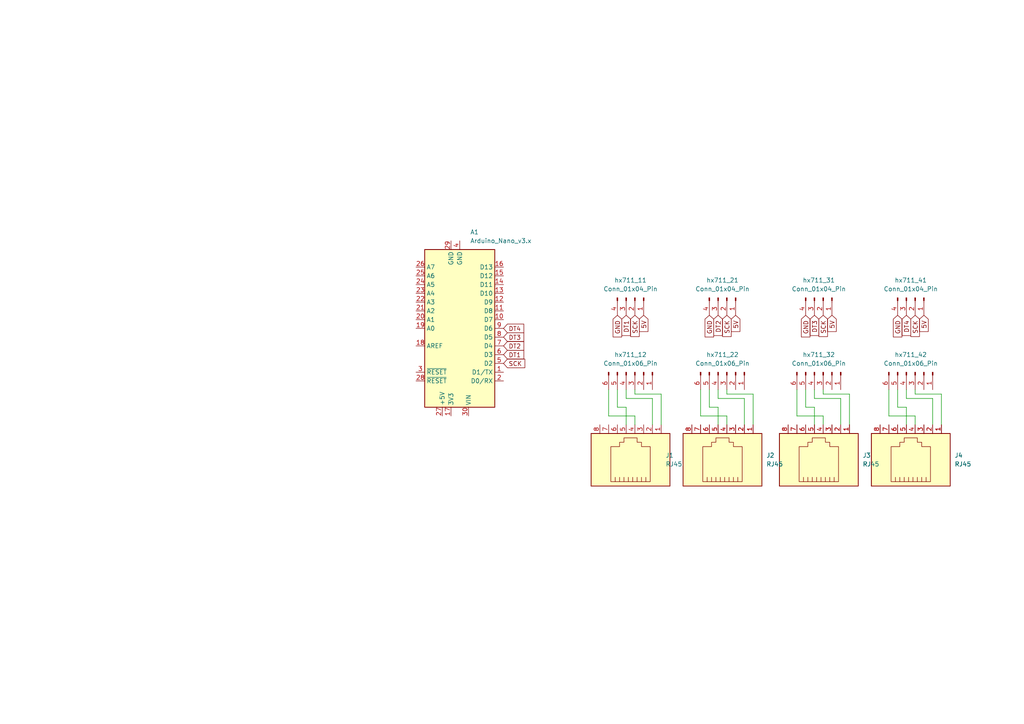
<source format=kicad_sch>
(kicad_sch (version 20231120) (generator "eeschema") (generator_version "8.0")
  (paper "A4")
  (lib_symbols
    (symbol "Connector:Conn_01x04_Pin" (pin_names (offset 1.016) hide)
      (property "Reference" "J" (at 0 5.08 0))
      (property "Value" "Conn_01x04_Pin" (at 0 -7.62 0))
      (symbol "Conn_01x04_Pin_1_1"
        (polyline (pts (xy 1.27 -5.08) (xy 0.8636 -5.08)) (stroke (width 0.1524)))
        (polyline (pts (xy 1.27 -2.54) (xy 0.8636 -2.54)) (stroke (width 0.1524)))
        (polyline (pts (xy 1.27 0) (xy 0.8636 0)) (stroke (width 0.1524)))
        (polyline (pts (xy 1.27 2.54) (xy 0.8636 2.54)) (stroke (width 0.1524)))
        (rectangle (start 0.8636 -4.953) (end 0 -5.207) (stroke (width 0.1524)) (fill (type outline)))
        (rectangle (start 0.8636 -2.413) (end 0 -2.667) (stroke (width 0.1524)) (fill (type outline)))
        (rectangle (start 0.8636 0.127) (end 0 -0.127) (stroke (width 0.1524)) (fill (type outline)))
        (rectangle (start 0.8636 2.667) (end 0 2.413) (stroke (width 0.1524)) (fill (type outline)))
        (pin passive line (at 5.08 2.54 180) (length 3.81) (name "Pin_1") (number "1"))
        (pin passive line (at 5.08 0 180) (length 3.81) (name "Pin_2") (number "2"))
        (pin passive line (at 5.08 -2.54 180) (length 3.81) (name "Pin_3") (number "3"))
        (pin passive line (at 5.08 -5.08 180) (length 3.81) (name "Pin_4") (number "4"))
      )
    )
    (symbol "Connector:Conn_01x06_Pin" (pin_names (offset 1.016) hide)
      (property "Reference" "J" (at 0 7.62 0))
      (property "Value" "Conn_01x06_Pin" (at 0 -10.16 0))
      (symbol "Conn_01x06_Pin_1_1"
        (polyline (pts (xy 1.27 -7.62) (xy 0.8636 -7.62)) (stroke (width 0.1524)))
        (polyline (pts (xy 1.27 -5.08) (xy 0.8636 -5.08)) (stroke (width 0.1524)))
        (polyline (pts (xy 1.27 -2.54) (xy 0.8636 -2.54)) (stroke (width 0.1524)))
        (polyline (pts (xy 1.27 0) (xy 0.8636 0)) (stroke (width 0.1524)))
        (polyline (pts (xy 1.27 2.54) (xy 0.8636 2.54)) (stroke (width 0.1524)))
        (polyline (pts (xy 1.27 5.08) (xy 0.8636 5.08)) (stroke (width 0.1524)))
        (rectangle (start 0.8636 -7.493) (end 0 -7.747) (stroke (width 0.1524)) (fill (type outline)))
        (rectangle (start 0.8636 -4.953) (end 0 -5.207) (stroke (width 0.1524)) (fill (type outline)))
        (rectangle (start 0.8636 -2.413) (end 0 -2.667) (stroke (width 0.1524)) (fill (type outline)))
        (rectangle (start 0.8636 0.127) (end 0 -0.127) (stroke (width 0.1524)) (fill (type outline)))
        (rectangle (start 0.8636 2.667) (end 0 2.413) (stroke (width 0.1524)) (fill (type outline)))
        (rectangle (start 0.8636 5.207) (end 0 4.953) (stroke (width 0.1524)) (fill (type outline)))
        (pin passive line (at 5.08 5.08 180) (length 3.81) (name "Pin_1") (number "1"))
        (pin passive line (at 5.08 2.54 180) (length 3.81) (name "Pin_2") (number "2"))
        (pin passive line (at 5.08 0 180) (length 3.81) (name "Pin_3") (number "3"))
        (pin passive line (at 5.08 -2.54 180) (length 3.81) (name "Pin_4") (number "4"))
        (pin passive line (at 5.08 -5.08 180) (length 3.81) (name "Pin_5") (number "5"))
        (pin passive line (at 5.08 -7.62 180) (length 3.81) (name "Pin_6") (number "6"))
      )
    )
    (symbol "Connector:RJ45" (pin_names (offset 1.016))
      (property "Reference" "J" (at -5.08 13.97 0))
      (property "Value" "RJ45" (at 2.54 13.97 0))
      (symbol "RJ45_0_1"
        (polyline (pts (xy -5.08 4.445) (xy -6.35 4.445)))
        (polyline (pts (xy -5.08 5.715) (xy -6.35 5.715)))
        (polyline (pts (xy -6.35 -3.175) (xy -5.08 -3.175) (xy -5.08 -3.175)))
        (polyline (pts (xy -6.35 -1.905) (xy -5.08 -1.905) (xy -5.08 -1.905)))
        (polyline (pts (xy -6.35 -0.635) (xy -5.08 -0.635) (xy -5.08 -0.635)))
        (polyline (pts (xy -6.35 0.635) (xy -5.08 0.635) (xy -5.08 0.635)))
        (polyline (pts (xy -6.35 1.905) (xy -5.08 1.905) (xy -5.08 1.905)))
        (polyline (pts (xy -5.08 3.175) (xy -6.35 3.175) (xy -6.35 3.175)))
        (polyline (pts (xy -6.35 -4.445) (xy -6.35 6.985) (xy 3.81 6.985) (xy 3.81 4.445) (xy 5.08 4.445) (xy 5.08 3.175) (xy 6.35 3.175) (xy 6.35 -0.635) (xy 5.08 -0.635) (xy 5.08 -1.905) (xy 3.81 -1.905) (xy 3.81 -4.445) (xy -6.35 -4.445) (xy -6.35 -4.445)))
        (rectangle (start 7.62 12.7) (end -7.62 -10.16) (stroke (width 0.254)) (fill (type background)))
      )
      (symbol "RJ45_1_1"
        (pin passive line (at 10.16 -7.62 180) (length 2.54) (name "~") (number "1"))
        (pin passive line (at 10.16 -5.08 180) (length 2.54) (name "~") (number "2"))
        (pin passive line (at 10.16 -2.54 180) (length 2.54) (name "~") (number "3"))
        (pin passive line (at 10.16 0 180) (length 2.54) (name "~") (number "4"))
        (pin passive line (at 10.16 2.54 180) (length 2.54) (name "~") (number "5"))
        (pin passive line (at 10.16 5.08 180) (length 2.54) (name "~") (number "6"))
        (pin passive line (at 10.16 7.62 180) (length 2.54) (name "~") (number "7"))
        (pin passive line (at 10.16 10.16 180) (length 2.54) (name "~") (number "8"))
      )
    )
    (symbol "MCU_Module:Arduino_Nano_v3.x"
      (property "Reference" "A" (at -10.16 23.495 0))
      (property "Value" "Arduino_Nano_v3.x" (at 5.08 -24.13 0))
      (symbol "Arduino_Nano_v3.x_0_1"
        (rectangle (start -10.16 22.86) (end 10.16 -22.86) (stroke (width 0.254)) (fill (type background)))
      )
      (symbol "Arduino_Nano_v3.x_1_1"
        (pin bidirectional line (at -12.7 12.7 0) (length 2.54) (name "D1/TX") (number "1"))
        (pin bidirectional line (at -12.7 -2.54 0) (length 2.54) (name "D7") (number "10"))
        (pin bidirectional line (at -12.7 -5.08 0) (length 2.54) (name "D8") (number "11"))
        (pin bidirectional line (at -12.7 -7.62 0) (length 2.54) (name "D9") (number "12"))
        (pin bidirectional line (at -12.7 -10.16 0) (length 2.54) (name "D10") (number "13"))
        (pin bidirectional line (at -12.7 -12.7 0) (length 2.54) (name "D11") (number "14"))
        (pin bidirectional line (at -12.7 -15.24 0) (length 2.54) (name "D12") (number "15"))
        (pin bidirectional line (at -12.7 -17.78 0) (length 2.54) (name "D13") (number "16"))
        (pin power_out line (at 2.54 25.4 270) (length 2.54) (name "3V3") (number "17"))
        (pin input line (at 12.7 5.08 180) (length 2.54) (name "AREF") (number "18"))
        (pin bidirectional line (at 12.7 0 180) (length 2.54) (name "A0") (number "19"))
        (pin bidirectional line (at -12.7 15.24 0) (length 2.54) (name "D0/RX") (number "2"))
        (pin bidirectional line (at 12.7 -2.54 180) (length 2.54) (name "A1") (number "20"))
        (pin bidirectional line (at 12.7 -5.08 180) (length 2.54) (name "A2") (number "21"))
        (pin bidirectional line (at 12.7 -7.62 180) (length 2.54) (name "A3") (number "22"))
        (pin bidirectional line (at 12.7 -10.16 180) (length 2.54) (name "A4") (number "23"))
        (pin bidirectional line (at 12.7 -12.7 180) (length 2.54) (name "A5") (number "24"))
        (pin bidirectional line (at 12.7 -15.24 180) (length 2.54) (name "A6") (number "25"))
        (pin bidirectional line (at 12.7 -17.78 180) (length 2.54) (name "A7") (number "26"))
        (pin power_out line (at 5.08 25.4 270) (length 2.54) (name "+5V") (number "27"))
        (pin input line (at 12.7 15.24 180) (length 2.54) (name "~{RESET}") (number "28"))
        (pin power_in line (at 2.54 -25.4 90) (length 2.54) (name "GND") (number "29"))
        (pin input line (at 12.7 12.7 180) (length 2.54) (name "~{RESET}") (number "3"))
        (pin power_in line (at -2.54 25.4 270) (length 2.54) (name "VIN") (number "30"))
        (pin power_in line (at 0 -25.4 90) (length 2.54) (name "GND") (number "4"))
        (pin bidirectional line (at -12.7 10.16 0) (length 2.54) (name "D2") (number "5"))
        (pin bidirectional line (at -12.7 7.62 0) (length 2.54) (name "D3") (number "6"))
        (pin bidirectional line (at -12.7 5.08 0) (length 2.54) (name "D4") (number "7"))
        (pin bidirectional line (at -12.7 2.54 0) (length 2.54) (name "D5") (number "8"))
        (pin bidirectional line (at -12.7 0 0) (length 2.54) (name "D6") (number "9"))
      )
    )
  )
  (wire (pts (xy 265.43 123.19) (xy 265.43 120.65)))
  (wire (pts (xy 236.22 118.11) (xy 233.68 118.11)))
  (wire (pts (xy 208.28 118.11) (xy 205.74 118.11)))
  (wire (pts (xy 215.9 123.19) (xy 215.9 115.57)))
  (wire (pts (xy 238.76 120.65) (xy 238.76 123.19)))
  (wire (pts (xy 191.77 114.3) (xy 191.77 123.19)))
  (wire (pts (xy 184.15 114.3) (xy 191.77 114.3)))
  (wire (pts (xy 176.53 120.65) (xy 176.53 113.03)))
  (wire (pts (xy 189.23 123.19) (xy 189.23 115.57)))
  (wire (pts (xy 218.44 114.3) (xy 218.44 123.19)))
  (wire (pts (xy 210.82 123.19) (xy 210.82 120.65)))
  (wire (pts (xy 236.22 115.57) (xy 243.84 115.57)))
  (wire (pts (xy 208.28 113.03) (xy 208.28 115.57)))
  (wire (pts (xy 236.22 123.19) (xy 236.22 118.11)))
  (wire (pts (xy 215.9 115.57) (xy 208.28 115.57)))
  (wire (pts (xy 262.89 115.57) (xy 270.51 115.57)))
  (wire (pts (xy 181.61 118.11) (xy 179.07 118.11)))
  (wire (pts (xy 210.82 114.3) (xy 218.44 114.3)))
  (wire (pts (xy 184.15 123.19) (xy 184.15 120.65)))
  (wire (pts (xy 260.35 113.03) (xy 260.35 118.11)))
  (wire (pts (xy 179.07 113.03) (xy 179.07 118.11)))
  (wire (pts (xy 203.2 113.03) (xy 203.2 120.65)))
  (wire (pts (xy 265.43 120.65) (xy 257.81 120.65)))
  (wire (pts (xy 184.15 113.03) (xy 184.15 114.3)))
  (wire (pts (xy 238.76 120.65) (xy 231.14 120.65)))
  (wire (pts (xy 273.05 114.3) (xy 273.05 123.19)))
  (wire (pts (xy 265.43 113.03) (xy 265.43 114.3)))
  (wire (pts (xy 262.89 123.19) (xy 262.89 118.11)))
  (wire (pts (xy 205.74 113.03) (xy 205.74 118.11)))
  (wire (pts (xy 236.22 113.03) (xy 236.22 115.57)))
  (wire (pts (xy 262.89 118.11) (xy 260.35 118.11)))
  (wire (pts (xy 181.61 123.19) (xy 181.61 118.11)))
  (wire (pts (xy 181.61 115.57) (xy 181.61 113.03)))
  (wire (pts (xy 270.51 115.57) (xy 270.51 123.19)))
  (wire (pts (xy 238.76 114.3) (xy 246.38 114.3)))
  (wire (pts (xy 208.28 123.19) (xy 208.28 118.11)))
  (wire (pts (xy 189.23 115.57) (xy 181.61 115.57)))
  (wire (pts (xy 246.38 114.3) (xy 246.38 123.19)))
  (wire (pts (xy 238.76 113.03) (xy 238.76 114.3)))
  (wire (pts (xy 210.82 120.65) (xy 203.2 120.65)))
  (wire (pts (xy 210.82 113.03) (xy 210.82 114.3)))
  (wire (pts (xy 265.43 114.3) (xy 273.05 114.3)))
  (wire (pts (xy 257.81 120.65) (xy 257.81 113.03)))
  (wire (pts (xy 231.14 113.03) (xy 231.14 120.65)))
  (wire (pts (xy 233.68 118.11) (xy 233.68 113.03)))
  (wire (pts (xy 262.89 113.03) (xy 262.89 115.57)))
  (wire (pts (xy 184.15 120.65) (xy 176.53 120.65)))
  (wire (pts (xy 243.84 115.57) (xy 243.84 123.19)))
  (global_label "GND" (shape input) (at 205.74 91.44 270) (property "Intersheetrefs" "${INTERSHEET_REFS}" (effects (hide yes))))
  (global_label "SCK" (shape input) (at 238.76 91.44 270) (property "Intersheetrefs" "${INTERSHEET_REFS}" (effects (hide yes))))
  (global_label "DT2" (shape input) (at 208.28 91.44 270) (property "Intersheetrefs" "${INTERSHEET_REFS}" (effects (hide yes))))
  (global_label "DT2" (shape input) (at 146.05 100.33 0) (property "Intersheetrefs" "${INTERSHEET_REFS}" (effects (hide yes))))
  (global_label "DT1" (shape input) (at 146.05 102.87 0) (property "Intersheetrefs" "${INTERSHEET_REFS}" (effects (hide yes))))
  (global_label "DT1" (shape input) (at 181.61 91.44 270) (property "Intersheetrefs" "${INTERSHEET_REFS}" (effects (hide yes))))
  (global_label "GND" (shape input) (at 233.68 91.44 270) (property "Intersheetrefs" "${INTERSHEET_REFS}" (effects (hide yes))))
  (global_label "DT3" (shape input) (at 236.22 91.44 270) (property "Intersheetrefs" "${INTERSHEET_REFS}" (effects (hide yes))))
  (global_label "5V" (shape input) (at 267.97 91.44 270) (property "Intersheetrefs" "${INTERSHEET_REFS}" (effects (hide yes))))
  (global_label "SCK" (shape input) (at 184.15 91.44 270) (property "Intersheetrefs" "${INTERSHEET_REFS}" (effects (hide yes))))
  (global_label "5V" (shape input) (at 213.36 91.44 270) (property "Intersheetrefs" "${INTERSHEET_REFS}" (effects (hide yes))))
  (global_label "GND" (shape input) (at 260.35 91.44 270) (property "Intersheetrefs" "${INTERSHEET_REFS}" (effects (hide yes))))
  (global_label "5V" (shape input) (at 186.69 91.44 270) (property "Intersheetrefs" "${INTERSHEET_REFS}" (effects (hide yes))))
  (global_label "DT4" (shape input) (at 146.05 95.25 0) (property "Intersheetrefs" "${INTERSHEET_REFS}" (effects (hide yes))))
  (global_label "5V" (shape input) (at 241.3 91.44 270) (property "Intersheetrefs" "${INTERSHEET_REFS}" (effects (hide yes))))
  (global_label "SCK" (shape input) (at 210.82 91.44 270) (property "Intersheetrefs" "${INTERSHEET_REFS}" (effects (hide yes))))
  (global_label "DT4" (shape input) (at 262.89 91.44 270) (property "Intersheetrefs" "${INTERSHEET_REFS}" (effects (hide yes))))
  (global_label "DT3" (shape input) (at 146.05 97.79 0) (property "Intersheetrefs" "${INTERSHEET_REFS}" (effects (hide yes))))
  (global_label "SCK" (shape input) (at 146.05 105.41 0) (property "Intersheetrefs" "${INTERSHEET_REFS}" (effects (hide yes))))
  (global_label "GND" (shape input) (at 179.07 91.44 270) (property "Intersheetrefs" "${INTERSHEET_REFS}" (effects (hide yes))))
  (global_label "SCK" (shape input) (at 265.43 91.44 270) (property "Intersheetrefs" "${INTERSHEET_REFS}" (effects (hide yes))))
  (symbol (lib_id "Connector:Conn_01x04_Pin") (at 265.43 86.36 270) (unit 1)
    (property "Reference" "hx711_41" (at 264.16 81.28 90))
    (property "Value" "Conn_01x04_Pin" (at 264.16 83.82 90))
    (property "Footprint" "Connector_PinSocket_2.54mm:PinSocket_1x04_P2.54mm_Vertical" (effects (hide yes)))
    (property "Description" "Generic connector, single row, 01x04, script generated" (effects (hide yes)))
  )
  (symbol (lib_id "Connector:Conn_01x04_Pin") (at 238.76 86.36 270) (unit 1)
    (property "Reference" "hx711_31" (at 237.49 81.28 90))
    (property "Value" "Conn_01x04_Pin" (at 237.49 83.82 90))
    (property "Footprint" "Connector_PinSocket_2.54mm:PinSocket_1x04_P2.54mm_Vertical" (effects (hide yes)))
    (property "Description" "Generic connector, single row, 01x04, script generated" (effects (hide yes)))
  )
  (symbol (lib_id "Connector:RJ45") (at 265.43 133.35 90) (unit 1)
    (property "Reference" "J4" (at 276.86 132.0799 90) (effects (justify right)))
    (property "Value" "RJ45" (at 276.86 134.6199 90) (effects (justify right)))
    (property "Footprint" "Connector_RJ:RJ45_Amphenol_54602-x08_Horizontal" (effects (hide yes)))
    (property "Description" "RJ connector, 8P8C (8 positions 8 connected)" (effects (hide yes)))
  )
  (symbol (lib_id "Connector:Conn_01x06_Pin") (at 184.15 107.95 270) (unit 1)
    (property "Reference" "hx711_12" (at 182.88 102.87 90))
    (property "Value" "Conn_01x06_Pin" (at 182.88 105.41 90))
    (property "Footprint" "Connector_PinSocket_2.54mm:PinSocket_1x06_P2.54mm_Vertical" (effects (hide yes)))
    (property "Description" "Generic connector, single row, 01x06, script generated" (effects (hide yes)))
  )
  (symbol (lib_id "Connector:RJ45") (at 210.82 133.35 90) (unit 1)
    (property "Reference" "J2" (at 222.25 132.0799 90) (effects (justify right)))
    (property "Value" "RJ45" (at 222.25 134.6199 90) (effects (justify right)))
    (property "Footprint" "Connector_RJ:RJ45_Amphenol_54602-x08_Horizontal" (effects (hide yes)))
    (property "Description" "RJ connector, 8P8C (8 positions 8 connected)" (effects (hide yes)))
  )
  (symbol (lib_id "Connector:Conn_01x06_Pin") (at 210.82 107.95 270) (unit 1)
    (property "Reference" "hx711_22" (at 209.55 102.87 90))
    (property "Value" "Conn_01x06_Pin" (at 209.55 105.41 90))
    (property "Footprint" "Connector_PinSocket_2.54mm:PinSocket_1x06_P2.54mm_Vertical" (effects (hide yes)))
    (property "Description" "Generic connector, single row, 01x06, script generated" (effects (hide yes)))
  )
  (symbol (lib_id "Connector:Conn_01x06_Pin") (at 265.43 107.95 270) (unit 1)
    (property "Reference" "hx711_42" (at 264.16 102.87 90))
    (property "Value" "Conn_01x06_Pin" (at 264.16 105.41 90))
    (property "Footprint" "Connector_PinSocket_2.54mm:PinSocket_1x06_P2.54mm_Vertical" (effects (hide yes)))
    (property "Description" "Generic connector, single row, 01x06, script generated" (effects (hide yes)))
  )
  (symbol (lib_id "MCU_Module:Arduino_Nano_v3.x") (at 133.35 95.25 180) (unit 1)
    (property "Reference" "A1" (at 136.3665 67.31 0) (effects (justify right)))
    (property "Value" "Arduino_Nano_v3.x" (at 136.3665 69.85 0) (effects (justify right)))
    (property "Footprint" "Module:Arduino_Nano" (effects (hide yes)))
    (property "Datasheet" "http://www.mouser.com/pdfdocs/Gravitech_Arduino_Nano3_0.pdf" (effects (hide yes)))
    (property "Description" "Arduino Nano v3.x" (effects (hide yes)))
  )
  (symbol (lib_id "Connector:RJ45") (at 238.76 133.35 90) (unit 1)
    (property "Reference" "J3" (at 250.19 132.0799 90) (effects (justify right)))
    (property "Value" "RJ45" (at 250.19 134.6199 90) (effects (justify right)))
    (property "Footprint" "Connector_RJ:RJ45_Amphenol_54602-x08_Horizontal" (effects (hide yes)))
    (property "Description" "RJ connector, 8P8C (8 positions 8 connected)" (effects (hide yes)))
  )
  (symbol (lib_id "Connector:Conn_01x06_Pin") (at 238.76 107.95 270) (unit 1)
    (property "Reference" "hx711_32" (at 237.49 102.87 90))
    (property "Value" "Conn_01x06_Pin" (at 237.49 105.41 90))
    (property "Footprint" "Connector_PinSocket_2.54mm:PinSocket_1x06_P2.54mm_Vertical" (effects (hide yes)))
    (property "Description" "Generic connector, single row, 01x06, script generated" (effects (hide yes)))
  )
  (symbol (lib_id "Connector:RJ45") (at 184.15 133.35 90) (unit 1)
    (property "Reference" "J1" (at 193.04 132.0799 90) (effects (justify right)))
    (property "Value" "RJ45" (at 193.04 134.6199 90) (effects (justify right)))
    (property "Footprint" "Connector_RJ:RJ45_Amphenol_54602-x08_Horizontal" (effects (hide yes)))
    (property "Description" "RJ connector, 8P8C (8 positions 8 connected)" (effects (hide yes)))
  )
  (symbol (lib_id "Connector:Conn_01x04_Pin") (at 210.82 86.36 270) (unit 1)
    (property "Reference" "hx711_21" (at 209.55 81.28 90))
    (property "Value" "Conn_01x04_Pin" (at 209.55 83.82 90))
    (property "Footprint" "Connector_PinSocket_2.54mm:PinSocket_1x04_P2.54mm_Vertical" (effects (hide yes)))
    (property "Description" "Generic connector, single row, 01x04, script generated" (effects (hide yes)))
  )
  (symbol (lib_id "Connector:Conn_01x04_Pin") (at 184.15 86.36 270) (unit 1)
    (property "Reference" "hx711_11" (at 182.88 81.28 90))
    (property "Value" "Conn_01x04_Pin" (at 182.88 83.82 90))
    (property "Footprint" "Connector_PinSocket_2.54mm:PinSocket_1x04_P2.54mm_Vertical" (effects (hide yes)))
    (property "Description" "Generic connector, single row, 01x04, script generated" (effects (hide yes)))
  )
)
</source>
